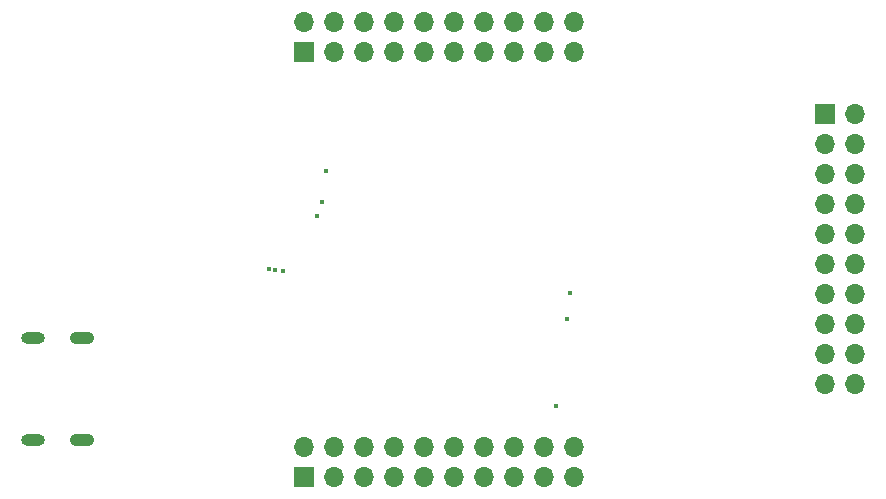
<source format=gbr>
%TF.GenerationSoftware,KiCad,Pcbnew,(6.0.0)*%
%TF.CreationDate,2022-08-04T21:46:00+02:00*%
%TF.ProjectId,TINY-FPGA-BOARD,54494e59-2d46-4504-9741-2d424f415244,rev?*%
%TF.SameCoordinates,Original*%
%TF.FileFunction,Copper,L3,Inr*%
%TF.FilePolarity,Positive*%
%FSLAX46Y46*%
G04 Gerber Fmt 4.6, Leading zero omitted, Abs format (unit mm)*
G04 Created by KiCad (PCBNEW (6.0.0)) date 2022-08-04 21:46:00*
%MOMM*%
%LPD*%
G01*
G04 APERTURE LIST*
%TA.AperFunction,ComponentPad*%
%ADD10O,2.000000X1.000000*%
%TD*%
%TA.AperFunction,ComponentPad*%
%ADD11O,2.100000X1.050000*%
%TD*%
%TA.AperFunction,ComponentPad*%
%ADD12R,1.700000X1.700000*%
%TD*%
%TA.AperFunction,ComponentPad*%
%ADD13O,1.700000X1.700000*%
%TD*%
%TA.AperFunction,ViaPad*%
%ADD14C,0.400000*%
%TD*%
G04 APERTURE END LIST*
D10*
%TO.N,GND*%
%TO.C,J1*%
X71635000Y-99017500D03*
X71635000Y-107657500D03*
D11*
X75815000Y-99017500D03*
X75815000Y-107657500D03*
%TD*%
D12*
%TO.N,+3V3*%
%TO.C,J3*%
X138725000Y-80075000D03*
D13*
X141265000Y-80075000D03*
%TO.N,/FPGA IOs  BANKS/IO168*%
X138725000Y-82615000D03*
%TO.N,/FPGA IOs  BANKS/IO170*%
X141265000Y-82615000D03*
%TO.N,/FPGA IOs  BANKS/IO161*%
X138725000Y-85155000D03*
%TO.N,/FPGA IOs  BANKS/IO154*%
X141265000Y-85155000D03*
%TO.N,/FPGA IOs  BANKS/IO160*%
X138725000Y-87695000D03*
%TO.N,/FPGA IOs  BANKS/IO141*%
X141265000Y-87695000D03*
%TO.N,/FPGA IOs  BANKS/IO152*%
X138725000Y-90235000D03*
%TO.N,/FPGA IOs  BANKS/IO136*%
X141265000Y-90235000D03*
%TO.N,/FPGA IOs  BANKS/IO148*%
X138725000Y-92775000D03*
%TO.N,/FPGA IOs  BANKS/IO120*%
X141265000Y-92775000D03*
%TO.N,/FPGA IOs  BANKS/IO140*%
X138725000Y-95315000D03*
%TO.N,/FPGA IOs  BANKS/IO116*%
X141265000Y-95315000D03*
%TO.N,/FPGA IOs  BANKS/IO119*%
X138725000Y-97855000D03*
%TO.N,/FPGA IOs  BANKS/IO128*%
X141265000Y-97855000D03*
%TO.N,/FPGA IOs  BANKS/IO114*%
X138725000Y-100395000D03*
%TO.N,/FPGA IOs  BANKS/IO104*%
X141265000Y-100395000D03*
%TO.N,GND*%
X138725000Y-102935000D03*
X141265000Y-102935000D03*
%TD*%
D12*
%TO.N,+3V3*%
%TO.C,J4*%
X94575000Y-74775000D03*
D13*
X94575000Y-72235000D03*
%TO.N,/FPGA IOs  BANKS/IO225*%
X97115000Y-74775000D03*
%TO.N,/FPGA IOs  BANKS/IO221*%
X97115000Y-72235000D03*
%TO.N,/FPGA IOs  BANKS/IO222*%
X99655000Y-74775000D03*
%TO.N,/FPGA IOs  BANKS/IO219*%
X99655000Y-72235000D03*
%TO.N,/FPGA IOs  BANKS/IO223*%
X102195000Y-74775000D03*
%TO.N,/FPGA IOs  BANKS/IO208*%
X102195000Y-72235000D03*
%TO.N,/FPGA IOs  BANKS/IO211*%
X104735000Y-74775000D03*
%TO.N,/FPGA IOs  BANKS/IO198*%
X104735000Y-72235000D03*
%TO.N,/FPGA IOs  BANKS/IO207*%
X107275000Y-74775000D03*
%TO.N,/FPGA IOs  BANKS/IO197*%
X107275000Y-72235000D03*
%TO.N,/FPGA IOs  BANKS/IO206*%
X109815000Y-74775000D03*
%TO.N,/FPGA IOs  BANKS/IO177*%
X109815000Y-72235000D03*
%TO.N,/FPGA IOs  BANKS/IO192*%
X112355000Y-74775000D03*
%TO.N,/FPGA IOs  BANKS/IO174*%
X112355000Y-72235000D03*
%TO.N,/FPGA IOs  BANKS/IO190*%
X114895000Y-74775000D03*
%TO.N,/FPGA IOs  BANKS/IO178*%
X114895000Y-72235000D03*
%TO.N,GND*%
X117435000Y-74775000D03*
X117435000Y-72235000D03*
%TD*%
D12*
%TO.N,+3V3*%
%TO.C,J5*%
X94575000Y-110775000D03*
D13*
X94575000Y-108235000D03*
%TO.N,/FPGA IOs  BANKS/IO56*%
X97115000Y-110775000D03*
%TO.N,unconnected-(J5-Pad4)*%
X97115000Y-108235000D03*
%TO.N,/FPGA IOs  BANKS/IO61*%
X99655000Y-110775000D03*
%TO.N,unconnected-(J5-Pad6)*%
X99655000Y-108235000D03*
%TO.N,/FPGA IOs  BANKS/IO71*%
X102195000Y-110775000D03*
%TO.N,unconnected-(J5-Pad8)*%
X102195000Y-108235000D03*
%TO.N,/FPGA IOs  BANKS/IO72*%
X104735000Y-110775000D03*
%TO.N,/FPGA IOs  BANKS/IO63*%
X104735000Y-108235000D03*
%TO.N,/FPGA IOs  BANKS/IO181*%
X107275000Y-110775000D03*
%TO.N,/FPGA IOs  BANKS/IO73*%
X107275000Y-108235000D03*
%TO.N,/FPGA IOs  BANKS/IO94*%
X109815000Y-110775000D03*
%TO.N,/FPGA IOs  BANKS/IO79*%
X109815000Y-108235000D03*
%TO.N,/FPGA IOs  BANKS/IO103*%
X112355000Y-110775000D03*
%TO.N,/FPGA IOs  BANKS/IO82*%
X112355000Y-108235000D03*
%TO.N,/FPGA IOs  BANKS/IO115*%
X114895000Y-110775000D03*
%TO.N,/FPGA IOs  BANKS/IO89*%
X114895000Y-108235000D03*
%TO.N,GND*%
X117435000Y-110775000D03*
X117435000Y-108235000D03*
%TD*%
D14*
%TO.N,/MOSI*%
X117140000Y-95200000D03*
%TO.N,/MISO*%
X115930000Y-104790000D03*
X116880000Y-97359228D03*
%TO.N,/USB\u002C SPI\u002C RS232 Interface/FT_EECS*%
X95695000Y-88680000D03*
X91624576Y-93191320D03*
%TO.N,/USB\u002C SPI\u002C RS232 Interface/FT_EECLK*%
X96085000Y-87475000D03*
X92150000Y-93225000D03*
%TO.N,/USB\u002C SPI\u002C RS232 Interface/FT_DATA*%
X96475000Y-84850000D03*
X92800000Y-93350000D03*
%TD*%
M02*

</source>
